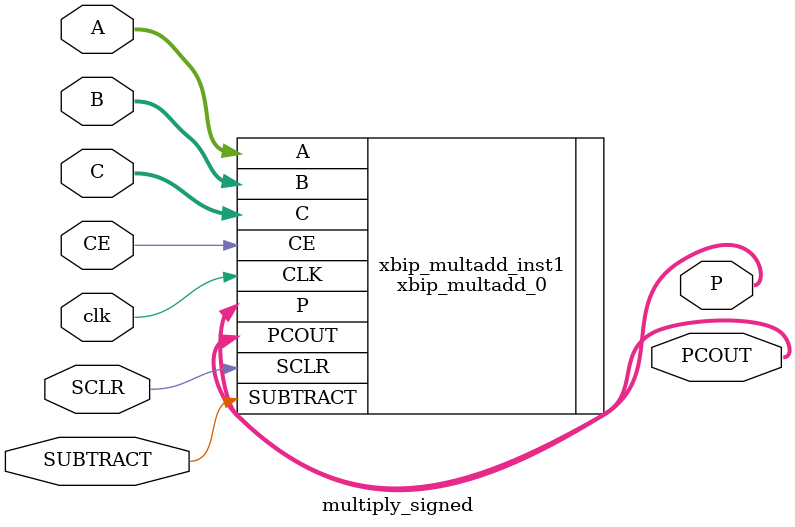
<source format=v>
`timescale 1ns / 1ps


module multiply_signed(
    input clk,
    input CE,
    input SCLR,
    input[15:0] A,
    input[15:0] B,
    input[3:0] C,
    input SUBTRACT,
    output[47:0] P,
    output[47:0] PCOUT
    );

xbip_multadd_0 xbip_multadd_inst1(
  .CLK(clk),            // input wire CLK
  .CE(CE),              // input wire CE
  .SCLR(SCLR),          // input wire SCLR
  .A(A),                // input wire [15 : 0] A  signed
  .B(B),                // input wire [15 : 0] B    unsigned
  .C(C),                // input wire [3 : 0] C   signed
  .SUBTRACT(SUBTRACT),  // input wire SUBTRACT
  .P(P),                // output wire [47 : 0] P
  .PCOUT(PCOUT)        // output wire [47 : 0] PCOUT
);

endmodule

</source>
